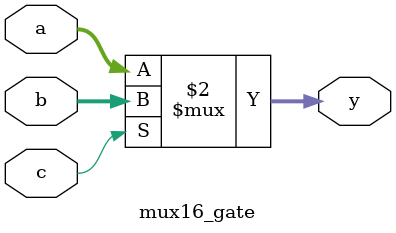
<source format=v>
/*And gate*/

module mux16_gate (
    input wire [15:0] a,
    input wire [15:0] b,
    input wire c,
    output wire [15:0] y
);

assign y = (c == 1'b1) ? b : a;

endmodule
</source>
